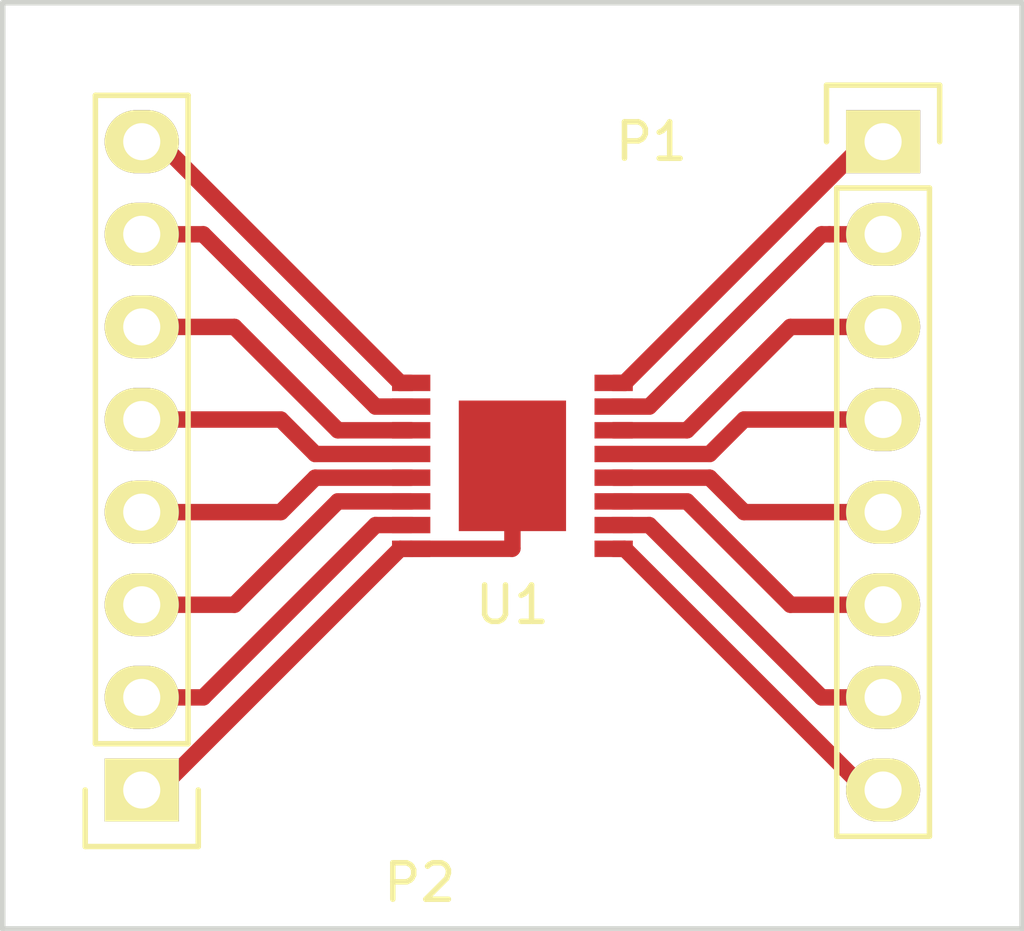
<source format=kicad_pcb>
(kicad_pcb (version 4) (host pcbnew 4.0.2+e4-6225~38~ubuntu16.04.1-stable)

  (general
    (links 17)
    (no_connects 0)
    (area 134.544999 91.364999 162.635001 116.915001)
    (thickness 1.6)
    (drawings 4)
    (tracks 53)
    (zones 0)
    (modules 3)
    (nets 17)
  )

  (page A4)
  (layers
    (0 F.Cu signal)
    (31 B.Cu signal)
    (32 B.Adhes user)
    (33 F.Adhes user)
    (34 B.Paste user)
    (35 F.Paste user)
    (36 B.SilkS user)
    (37 F.SilkS user)
    (38 B.Mask user)
    (39 F.Mask user)
    (40 Dwgs.User user)
    (41 Cmts.User user)
    (42 Eco1.User user)
    (43 Eco2.User user)
    (44 Edge.Cuts user)
    (45 Margin user)
    (46 B.CrtYd user)
    (47 F.CrtYd user)
    (48 B.Fab user)
    (49 F.Fab user)
  )

  (setup
    (last_trace_width 0.45)
    (user_trace_width 0.45)
    (trace_clearance 0)
    (zone_clearance 0.508)
    (zone_45_only no)
    (trace_min 0.2)
    (segment_width 0.2)
    (edge_width 0.15)
    (via_size 0.6)
    (via_drill 0.4)
    (via_min_size 0.4)
    (via_min_drill 0.3)
    (uvia_size 0.3)
    (uvia_drill 0.1)
    (uvias_allowed no)
    (uvia_min_size 0.2)
    (uvia_min_drill 0.1)
    (pcb_text_width 0.3)
    (pcb_text_size 1.5 1.5)
    (mod_edge_width 0.15)
    (mod_text_size 1 1)
    (mod_text_width 0.15)
    (pad_size 1.524 1.524)
    (pad_drill 0.762)
    (pad_to_mask_clearance 0.2)
    (aux_axis_origin 0 0)
    (visible_elements FFFFFF7F)
    (pcbplotparams
      (layerselection 0x01000_00000001)
      (usegerberextensions false)
      (excludeedgelayer true)
      (linewidth 0.100000)
      (plotframeref false)
      (viasonmask false)
      (mode 1)
      (useauxorigin false)
      (hpglpennumber 1)
      (hpglpenspeed 20)
      (hpglpendiameter 15)
      (hpglpenoverlay 2)
      (psnegative false)
      (psa4output false)
      (plotreference true)
      (plotvalue true)
      (plotinvisibletext false)
      (padsonsilk false)
      (subtractmaskfromsilk false)
      (outputformat 1)
      (mirror false)
      (drillshape 0)
      (scaleselection 1)
      (outputdirectory gerbers/))
  )

  (net 0 "")
  (net 1 ARCT)
  (net 2 PROG)
  (net 3 PAUSE)
  (net 4 SHDN)
  (net 5 TIMER)
  (net 6 SENSE)
  (net 7 BAT)
  (net 8 DRIVE)
  (net 9 GND)
  (net 10 CHRG)
  (net 11 +5V)
  (net 12 ACP)
  (net 13 CHEM)
  (net 14 NTC)
  (net 15 SEL1)
  (net 16 SEL2)

  (net_class Default "This is the default net class."
    (clearance 0)
    (trace_width 0.25)
    (via_dia 0.6)
    (via_drill 0.4)
    (uvia_dia 0.3)
    (uvia_drill 0.1)
    (add_net +5V)
    (add_net ACP)
    (add_net ARCT)
    (add_net BAT)
    (add_net CHEM)
    (add_net CHRG)
    (add_net DRIVE)
    (add_net GND)
    (add_net NTC)
    (add_net PAUSE)
    (add_net PROG)
    (add_net SEL1)
    (add_net SEL2)
    (add_net SENSE)
    (add_net SHDN)
    (add_net TIMER)
  )

  (module Pin_Headers:Pin_Header_Straight_1x08 (layer F.Cu) (tedit 0) (tstamp 579F9D66)
    (at 158.75 95.25)
    (descr "Through hole pin header")
    (tags "pin header")
    (path /579F9052)
    (fp_text reference P1 (at -6.35 0) (layer F.SilkS)
      (effects (font (size 1 1) (thickness 0.15)))
    )
    (fp_text value CONN_01X08 (at -6.35 -2.54) (layer F.Fab)
      (effects (font (size 1 1) (thickness 0.15)))
    )
    (fp_line (start -1.75 -1.75) (end -1.75 19.55) (layer F.CrtYd) (width 0.05))
    (fp_line (start 1.75 -1.75) (end 1.75 19.55) (layer F.CrtYd) (width 0.05))
    (fp_line (start -1.75 -1.75) (end 1.75 -1.75) (layer F.CrtYd) (width 0.05))
    (fp_line (start -1.75 19.55) (end 1.75 19.55) (layer F.CrtYd) (width 0.05))
    (fp_line (start 1.27 1.27) (end 1.27 19.05) (layer F.SilkS) (width 0.15))
    (fp_line (start 1.27 19.05) (end -1.27 19.05) (layer F.SilkS) (width 0.15))
    (fp_line (start -1.27 19.05) (end -1.27 1.27) (layer F.SilkS) (width 0.15))
    (fp_line (start 1.55 -1.55) (end 1.55 0) (layer F.SilkS) (width 0.15))
    (fp_line (start 1.27 1.27) (end -1.27 1.27) (layer F.SilkS) (width 0.15))
    (fp_line (start -1.55 0) (end -1.55 -1.55) (layer F.SilkS) (width 0.15))
    (fp_line (start -1.55 -1.55) (end 1.55 -1.55) (layer F.SilkS) (width 0.15))
    (pad 1 thru_hole rect (at 0 0) (size 2.032 1.7272) (drill 1.016) (layers *.Cu *.Mask F.SilkS)
      (net 1 ARCT))
    (pad 2 thru_hole oval (at 0 2.54) (size 2.032 1.7272) (drill 1.016) (layers *.Cu *.Mask F.SilkS)
      (net 2 PROG))
    (pad 3 thru_hole oval (at 0 5.08) (size 2.032 1.7272) (drill 1.016) (layers *.Cu *.Mask F.SilkS)
      (net 3 PAUSE))
    (pad 4 thru_hole oval (at 0 7.62) (size 2.032 1.7272) (drill 1.016) (layers *.Cu *.Mask F.SilkS)
      (net 4 SHDN))
    (pad 5 thru_hole oval (at 0 10.16) (size 2.032 1.7272) (drill 1.016) (layers *.Cu *.Mask F.SilkS)
      (net 5 TIMER))
    (pad 6 thru_hole oval (at 0 12.7) (size 2.032 1.7272) (drill 1.016) (layers *.Cu *.Mask F.SilkS)
      (net 6 SENSE))
    (pad 7 thru_hole oval (at 0 15.24) (size 2.032 1.7272) (drill 1.016) (layers *.Cu *.Mask F.SilkS)
      (net 7 BAT))
    (pad 8 thru_hole oval (at 0 17.78) (size 2.032 1.7272) (drill 1.016) (layers *.Cu *.Mask F.SilkS)
      (net 8 DRIVE))
    (model Pin_Headers.3dshapes/Pin_Header_Straight_1x08.wrl
      (at (xyz 0 -0.35 0))
      (scale (xyz 1 1 1))
      (rotate (xyz 0 0 90))
    )
  )

  (module Pin_Headers:Pin_Header_Straight_1x08 (layer F.Cu) (tedit 0) (tstamp 579F9D72)
    (at 138.43 113.03 180)
    (descr "Through hole pin header")
    (tags "pin header")
    (path /579F8FDF)
    (fp_text reference P2 (at -7.62 -2.54 180) (layer F.SilkS)
      (effects (font (size 1 1) (thickness 0.15)))
    )
    (fp_text value CONN_01X08 (at -7.62 0 180) (layer F.Fab)
      (effects (font (size 1 1) (thickness 0.15)))
    )
    (fp_line (start -1.75 -1.75) (end -1.75 19.55) (layer F.CrtYd) (width 0.05))
    (fp_line (start 1.75 -1.75) (end 1.75 19.55) (layer F.CrtYd) (width 0.05))
    (fp_line (start -1.75 -1.75) (end 1.75 -1.75) (layer F.CrtYd) (width 0.05))
    (fp_line (start -1.75 19.55) (end 1.75 19.55) (layer F.CrtYd) (width 0.05))
    (fp_line (start 1.27 1.27) (end 1.27 19.05) (layer F.SilkS) (width 0.15))
    (fp_line (start 1.27 19.05) (end -1.27 19.05) (layer F.SilkS) (width 0.15))
    (fp_line (start -1.27 19.05) (end -1.27 1.27) (layer F.SilkS) (width 0.15))
    (fp_line (start 1.55 -1.55) (end 1.55 0) (layer F.SilkS) (width 0.15))
    (fp_line (start 1.27 1.27) (end -1.27 1.27) (layer F.SilkS) (width 0.15))
    (fp_line (start -1.55 0) (end -1.55 -1.55) (layer F.SilkS) (width 0.15))
    (fp_line (start -1.55 -1.55) (end 1.55 -1.55) (layer F.SilkS) (width 0.15))
    (pad 1 thru_hole rect (at 0 0 180) (size 2.032 1.7272) (drill 1.016) (layers *.Cu *.Mask F.SilkS)
      (net 9 GND))
    (pad 2 thru_hole oval (at 0 2.54 180) (size 2.032 1.7272) (drill 1.016) (layers *.Cu *.Mask F.SilkS)
      (net 10 CHRG))
    (pad 3 thru_hole oval (at 0 5.08 180) (size 2.032 1.7272) (drill 1.016) (layers *.Cu *.Mask F.SilkS)
      (net 11 +5V))
    (pad 4 thru_hole oval (at 0 7.62 180) (size 2.032 1.7272) (drill 1.016) (layers *.Cu *.Mask F.SilkS)
      (net 12 ACP))
    (pad 5 thru_hole oval (at 0 10.16 180) (size 2.032 1.7272) (drill 1.016) (layers *.Cu *.Mask F.SilkS)
      (net 13 CHEM))
    (pad 6 thru_hole oval (at 0 12.7 180) (size 2.032 1.7272) (drill 1.016) (layers *.Cu *.Mask F.SilkS)
      (net 14 NTC))
    (pad 7 thru_hole oval (at 0 15.24 180) (size 2.032 1.7272) (drill 1.016) (layers *.Cu *.Mask F.SilkS)
      (net 15 SEL1))
    (pad 8 thru_hole oval (at 0 17.78 180) (size 2.032 1.7272) (drill 1.016) (layers *.Cu *.Mask F.SilkS)
      (net 16 SEL2))
    (model Pin_Headers.3dshapes/Pin_Header_Straight_1x08.wrl
      (at (xyz 0 -0.35 0))
      (scale (xyz 1 1 1))
      (rotate (xyz 0 0 90))
    )
  )

  (module scintilla:LTC4060 (layer F.Cu) (tedit 579F9979) (tstamp 579F9D87)
    (at 148.59 104.14 90)
    (path /579F8DFF)
    (fp_text reference U1 (at -3.81 0 180) (layer F.SilkS)
      (effects (font (size 1 1) (thickness 0.15)))
    )
    (fp_text value LTC4060 (at 3.81 0 180) (layer F.Fab)
      (effects (font (size 1 1) (thickness 0.15)))
    )
    (pad 1 smd rect (at -2.275 2.775 90) (size 0.45 1.05) (layers F.Cu F.Paste F.Mask)
      (net 8 DRIVE))
    (pad 17 smd rect (at 0 0 90) (size 3.58 2.94) (layers F.Cu F.Paste F.Mask)
      (net 9 GND))
    (pad 3 smd rect (at -0.975 2.775 90) (size 0.45 1.05) (layers F.Cu F.Paste F.Mask)
      (net 6 SENSE))
    (pad 2 smd rect (at -1.625 2.775 90) (size 0.45 1.05) (layers F.Cu F.Paste F.Mask)
      (net 7 BAT))
    (pad 4 smd rect (at -0.325 2.775 90) (size 0.45 1.05) (layers F.Cu F.Paste F.Mask)
      (net 5 TIMER))
    (pad 5 smd rect (at 0.325 2.775 90) (size 0.45 1.05) (layers F.Cu F.Paste F.Mask)
      (net 4 SHDN))
    (pad 6 smd rect (at 0.975 2.775 90) (size 0.45 1.05) (layers F.Cu F.Paste F.Mask)
      (net 3 PAUSE))
    (pad 7 smd rect (at 1.625 2.775 90) (size 0.45 1.05) (layers F.Cu F.Paste F.Mask)
      (net 2 PROG))
    (pad 8 smd rect (at 2.275 2.775 90) (size 0.45 1.05) (layers F.Cu F.Paste F.Mask)
      (net 1 ARCT))
    (pad 16 smd rect (at -2.275 -2.775 90) (size 0.45 1.05) (layers F.Cu F.Paste F.Mask)
      (net 9 GND))
    (pad 15 smd rect (at -1.625 -2.775 90) (size 0.45 1.05) (layers F.Cu F.Paste F.Mask)
      (net 10 CHRG))
    (pad 14 smd rect (at -0.975 -2.775 90) (size 0.45 1.05) (layers F.Cu F.Paste F.Mask)
      (net 11 +5V))
    (pad 13 smd rect (at -0.325 -2.775 90) (size 0.45 1.05) (layers F.Cu F.Paste F.Mask)
      (net 12 ACP))
    (pad 12 smd rect (at 0.325 -2.775 90) (size 0.45 1.05) (layers F.Cu F.Paste F.Mask)
      (net 13 CHEM))
    (pad 11 smd rect (at 0.975 -2.775 90) (size 0.45 1.05) (layers F.Cu F.Paste F.Mask)
      (net 14 NTC))
    (pad 10 smd rect (at 1.625 -2.775 90) (size 0.45 1.05) (layers F.Cu F.Paste F.Mask)
      (net 15 SEL1))
    (pad 9 smd rect (at 2.275 -2.775 90) (size 0.45 1.05) (layers F.Cu F.Paste F.Mask)
      (net 16 SEL2))
  )

  (gr_line (start 134.62 116.84) (end 134.62 91.44) (layer Edge.Cuts) (width 0.15))
  (gr_line (start 162.56 116.84) (end 134.62 116.84) (layer Edge.Cuts) (width 0.15))
  (gr_line (start 162.56 91.44) (end 162.56 116.84) (layer Edge.Cuts) (width 0.15))
  (gr_line (start 134.62 91.44) (end 162.56 91.44) (layer Edge.Cuts) (width 0.15))

  (segment (start 151.365 101.865) (end 151.665 101.865) (width 0.45) (layer F.Cu) (net 1))
  (segment (start 151.665 101.865) (end 158.28 95.25) (width 0.45) (layer F.Cu) (net 1))
  (segment (start 158.28 95.25) (end 158.75 95.25) (width 0.45) (layer F.Cu) (net 1))
  (segment (start 158.5976 95.25) (end 158.75 95.25) (width 0.45) (layer F.Cu) (net 1))
  (segment (start 151.365 102.515) (end 152.34 102.515) (width 0.45) (layer F.Cu) (net 2))
  (segment (start 152.34 102.515) (end 157.065 97.79) (width 0.45) (layer F.Cu) (net 2))
  (segment (start 157.284 97.79) (end 158.75 97.79) (width 0.45) (layer F.Cu) (net 2))
  (segment (start 157.065 97.79) (end 157.284 97.79) (width 0.45) (layer F.Cu) (net 2))
  (segment (start 153.375 103.165) (end 156.21 100.33) (width 0.45) (layer F.Cu) (net 3))
  (segment (start 156.21 100.33) (end 158.75 100.33) (width 0.45) (layer F.Cu) (net 3))
  (segment (start 151.365 103.165) (end 153.375 103.165) (width 0.45) (layer F.Cu) (net 3))
  (segment (start 153.995 103.815) (end 154.94 102.87) (width 0.45) (layer F.Cu) (net 4))
  (segment (start 154.94 102.87) (end 158.75 102.87) (width 0.45) (layer F.Cu) (net 4))
  (segment (start 151.365 103.815) (end 153.995 103.815) (width 0.45) (layer F.Cu) (net 4))
  (segment (start 153.995 104.465) (end 154.94 105.41) (width 0.45) (layer F.Cu) (net 5))
  (segment (start 154.94 105.41) (end 158.75 105.41) (width 0.45) (layer F.Cu) (net 5))
  (segment (start 151.365 104.465) (end 153.995 104.465) (width 0.45) (layer F.Cu) (net 5))
  (segment (start 153.375 105.115) (end 156.21 107.95) (width 0.45) (layer F.Cu) (net 6))
  (segment (start 156.21 107.95) (end 158.75 107.95) (width 0.45) (layer F.Cu) (net 6))
  (segment (start 151.365 105.115) (end 153.375 105.115) (width 0.45) (layer F.Cu) (net 6))
  (segment (start 157.065 110.49) (end 158.75 110.49) (width 0.45) (layer F.Cu) (net 7))
  (segment (start 151.365 105.765) (end 152.34 105.765) (width 0.45) (layer F.Cu) (net 7))
  (segment (start 152.34 105.765) (end 157.065 110.49) (width 0.45) (layer F.Cu) (net 7))
  (segment (start 151.365 106.415) (end 151.665 106.415) (width 0.45) (layer F.Cu) (net 8))
  (segment (start 151.665 106.415) (end 158.28 113.03) (width 0.45) (layer F.Cu) (net 8))
  (segment (start 158.28 113.03) (end 158.75 113.03) (width 0.45) (layer F.Cu) (net 8))
  (segment (start 148.579 106.415) (end 148.59 106.404) (width 0.45) (layer F.Cu) (net 9))
  (segment (start 148.59 106.404) (end 148.59 104.14) (width 0.45) (layer F.Cu) (net 9))
  (segment (start 145.815 106.415) (end 148.579 106.415) (width 0.45) (layer F.Cu) (net 9))
  (segment (start 145.815 106.415) (end 145.515 106.415) (width 0.45) (layer F.Cu) (net 9))
  (segment (start 138.9 113.03) (end 138.43 113.03) (width 0.45) (layer F.Cu) (net 9))
  (segment (start 145.515 106.415) (end 138.9 113.03) (width 0.45) (layer F.Cu) (net 9))
  (segment (start 140.115 110.49) (end 138.43 110.49) (width 0.45) (layer F.Cu) (net 10))
  (segment (start 145.815 105.765) (end 144.84 105.765) (width 0.45) (layer F.Cu) (net 10))
  (segment (start 144.84 105.765) (end 140.115 110.49) (width 0.45) (layer F.Cu) (net 10))
  (segment (start 143.805 105.115) (end 140.97 107.95) (width 0.45) (layer F.Cu) (net 11))
  (segment (start 140.97 107.95) (end 138.43 107.95) (width 0.45) (layer F.Cu) (net 11))
  (segment (start 145.815 105.115) (end 143.805 105.115) (width 0.45) (layer F.Cu) (net 11))
  (segment (start 143.185 104.465) (end 142.24 105.41) (width 0.45) (layer F.Cu) (net 12))
  (segment (start 142.24 105.41) (end 138.43 105.41) (width 0.45) (layer F.Cu) (net 12))
  (segment (start 145.815 104.465) (end 143.185 104.465) (width 0.45) (layer F.Cu) (net 12))
  (segment (start 143.185 103.815) (end 142.24 102.87) (width 0.45) (layer F.Cu) (net 13))
  (segment (start 142.24 102.87) (end 138.43 102.87) (width 0.45) (layer F.Cu) (net 13))
  (segment (start 145.815 103.815) (end 143.185 103.815) (width 0.45) (layer F.Cu) (net 13))
  (segment (start 143.805 103.165) (end 140.97 100.33) (width 0.45) (layer F.Cu) (net 14))
  (segment (start 140.97 100.33) (end 138.43 100.33) (width 0.45) (layer F.Cu) (net 14))
  (segment (start 145.815 103.165) (end 143.805 103.165) (width 0.45) (layer F.Cu) (net 14))
  (segment (start 140.115 97.79) (end 138.43 97.79) (width 0.45) (layer F.Cu) (net 15))
  (segment (start 145.815 102.515) (end 144.84 102.515) (width 0.45) (layer F.Cu) (net 15))
  (segment (start 144.84 102.515) (end 140.115 97.79) (width 0.45) (layer F.Cu) (net 15))
  (segment (start 145.515 101.865) (end 138.9 95.25) (width 0.45) (layer F.Cu) (net 16))
  (segment (start 145.815 101.865) (end 145.515 101.865) (width 0.45) (layer F.Cu) (net 16))
  (segment (start 138.9 95.25) (end 138.43 95.25) (width 0.45) (layer F.Cu) (net 16))

)

</source>
